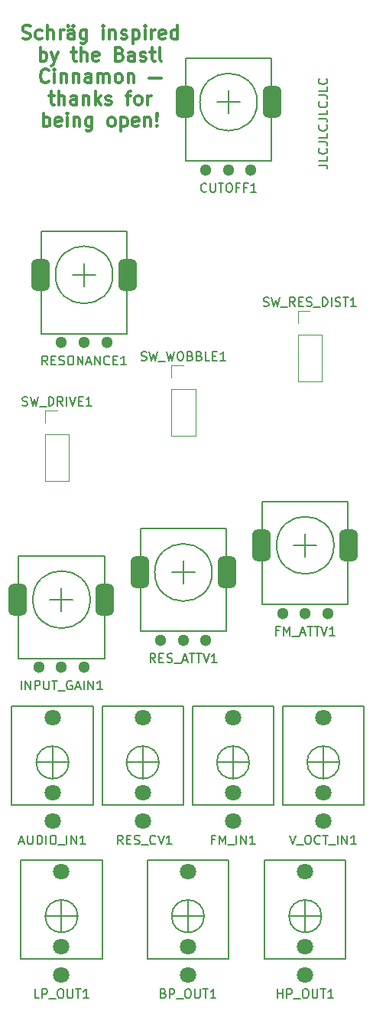
<source format=gto>
G04 #@! TF.GenerationSoftware,KiCad,Pcbnew,(6.0.0)*
G04 #@! TF.CreationDate,2022-01-27T02:03:32+01:00*
G04 #@! TF.ProjectId,Schraeg,53636872-6165-4672-9e6b-696361645f70,rev?*
G04 #@! TF.SameCoordinates,Original*
G04 #@! TF.FileFunction,Legend,Top*
G04 #@! TF.FilePolarity,Positive*
%FSLAX46Y46*%
G04 Gerber Fmt 4.6, Leading zero omitted, Abs format (unit mm)*
G04 Created by KiCad (PCBNEW (6.0.0)) date 2022-01-27 02:03:32*
%MOMM*%
%LPD*%
G01*
G04 APERTURE LIST*
G04 Aperture macros list*
%AMRoundRect*
0 Rectangle with rounded corners*
0 $1 Rounding radius*
0 $2 $3 $4 $5 $6 $7 $8 $9 X,Y pos of 4 corners*
0 Add a 4 corners polygon primitive as box body*
4,1,4,$2,$3,$4,$5,$6,$7,$8,$9,$2,$3,0*
0 Add four circle primitives for the rounded corners*
1,1,$1+$1,$2,$3*
1,1,$1+$1,$4,$5*
1,1,$1+$1,$6,$7*
1,1,$1+$1,$8,$9*
0 Add four rect primitives between the rounded corners*
20,1,$1+$1,$2,$3,$4,$5,0*
20,1,$1+$1,$4,$5,$6,$7,0*
20,1,$1+$1,$6,$7,$8,$9,0*
20,1,$1+$1,$8,$9,$2,$3,0*%
G04 Aperture macros list end*
%ADD10C,0.150000*%
%ADD11C,0.300000*%
%ADD12C,0.120000*%
%ADD13C,1.800000*%
%ADD14RoundRect,0.500000X-0.500000X-1.250000X0.500000X-1.250000X0.500000X1.250000X-0.500000X1.250000X0*%
%ADD15C,1.300000*%
G04 APERTURE END LIST*
D10*
X79462380Y-26971047D02*
X80176666Y-26971047D01*
X80319523Y-27018666D01*
X80414761Y-27113904D01*
X80462380Y-27256761D01*
X80462380Y-27352000D01*
X80462380Y-26018666D02*
X80462380Y-26494857D01*
X79462380Y-26494857D01*
X80367142Y-25113904D02*
X80414761Y-25161523D01*
X80462380Y-25304380D01*
X80462380Y-25399619D01*
X80414761Y-25542476D01*
X80319523Y-25637714D01*
X80224285Y-25685333D01*
X80033809Y-25732952D01*
X79890952Y-25732952D01*
X79700476Y-25685333D01*
X79605238Y-25637714D01*
X79510000Y-25542476D01*
X79462380Y-25399619D01*
X79462380Y-25304380D01*
X79510000Y-25161523D01*
X79557619Y-25113904D01*
X79462380Y-24399619D02*
X80176666Y-24399619D01*
X80319523Y-24447238D01*
X80414761Y-24542476D01*
X80462380Y-24685333D01*
X80462380Y-24780571D01*
X80462380Y-23447238D02*
X80462380Y-23923428D01*
X79462380Y-23923428D01*
X80367142Y-22542476D02*
X80414761Y-22590095D01*
X80462380Y-22732952D01*
X80462380Y-22828190D01*
X80414761Y-22971047D01*
X80319523Y-23066285D01*
X80224285Y-23113904D01*
X80033809Y-23161523D01*
X79890952Y-23161523D01*
X79700476Y-23113904D01*
X79605238Y-23066285D01*
X79510000Y-22971047D01*
X79462380Y-22828190D01*
X79462380Y-22732952D01*
X79510000Y-22590095D01*
X79557619Y-22542476D01*
X79462380Y-21828190D02*
X80176666Y-21828190D01*
X80319523Y-21875809D01*
X80414761Y-21971047D01*
X80462380Y-22113904D01*
X80462380Y-22209142D01*
X80462380Y-20875809D02*
X80462380Y-21352000D01*
X79462380Y-21352000D01*
X80367142Y-19971047D02*
X80414761Y-20018666D01*
X80462380Y-20161523D01*
X80462380Y-20256761D01*
X80414761Y-20399619D01*
X80319523Y-20494857D01*
X80224285Y-20542476D01*
X80033809Y-20590095D01*
X79890952Y-20590095D01*
X79700476Y-20542476D01*
X79605238Y-20494857D01*
X79510000Y-20399619D01*
X79462380Y-20256761D01*
X79462380Y-20161523D01*
X79510000Y-20018666D01*
X79557619Y-19971047D01*
X79462380Y-19256761D02*
X80176666Y-19256761D01*
X80319523Y-19304380D01*
X80414761Y-19399619D01*
X80462380Y-19542476D01*
X80462380Y-19637714D01*
X80462380Y-18304380D02*
X80462380Y-18780571D01*
X79462380Y-18780571D01*
X80367142Y-17399619D02*
X80414761Y-17447238D01*
X80462380Y-17590095D01*
X80462380Y-17685333D01*
X80414761Y-17828190D01*
X80319523Y-17923428D01*
X80224285Y-17971047D01*
X80033809Y-18018666D01*
X79890952Y-18018666D01*
X79700476Y-17971047D01*
X79605238Y-17923428D01*
X79510000Y-17828190D01*
X79462380Y-17685333D01*
X79462380Y-17590095D01*
X79510000Y-17447238D01*
X79557619Y-17399619D01*
D11*
X46692857Y-12977142D02*
X46907142Y-13048571D01*
X47264285Y-13048571D01*
X47407142Y-12977142D01*
X47478571Y-12905714D01*
X47550000Y-12762857D01*
X47550000Y-12620000D01*
X47478571Y-12477142D01*
X47407142Y-12405714D01*
X47264285Y-12334285D01*
X46978571Y-12262857D01*
X46835714Y-12191428D01*
X46764285Y-12120000D01*
X46692857Y-11977142D01*
X46692857Y-11834285D01*
X46764285Y-11691428D01*
X46835714Y-11620000D01*
X46978571Y-11548571D01*
X47335714Y-11548571D01*
X47550000Y-11620000D01*
X48835714Y-12977142D02*
X48692857Y-13048571D01*
X48407142Y-13048571D01*
X48264285Y-12977142D01*
X48192857Y-12905714D01*
X48121428Y-12762857D01*
X48121428Y-12334285D01*
X48192857Y-12191428D01*
X48264285Y-12120000D01*
X48407142Y-12048571D01*
X48692857Y-12048571D01*
X48835714Y-12120000D01*
X49478571Y-13048571D02*
X49478571Y-11548571D01*
X50121428Y-13048571D02*
X50121428Y-12262857D01*
X50050000Y-12120000D01*
X49907142Y-12048571D01*
X49692857Y-12048571D01*
X49550000Y-12120000D01*
X49478571Y-12191428D01*
X50835714Y-13048571D02*
X50835714Y-12048571D01*
X50835714Y-12334285D02*
X50907142Y-12191428D01*
X50978571Y-12120000D01*
X51121428Y-12048571D01*
X51264285Y-12048571D01*
X52407142Y-13048571D02*
X52407142Y-12262857D01*
X52335714Y-12120000D01*
X52192857Y-12048571D01*
X51907142Y-12048571D01*
X51764285Y-12120000D01*
X52407142Y-12977142D02*
X52264285Y-13048571D01*
X51907142Y-13048571D01*
X51764285Y-12977142D01*
X51692857Y-12834285D01*
X51692857Y-12691428D01*
X51764285Y-12548571D01*
X51907142Y-12477142D01*
X52264285Y-12477142D01*
X52407142Y-12405714D01*
X51764285Y-11548571D02*
X51835714Y-11620000D01*
X51764285Y-11691428D01*
X51692857Y-11620000D01*
X51764285Y-11548571D01*
X51764285Y-11691428D01*
X52335714Y-11548571D02*
X52407142Y-11620000D01*
X52335714Y-11691428D01*
X52264285Y-11620000D01*
X52335714Y-11548571D01*
X52335714Y-11691428D01*
X53764285Y-12048571D02*
X53764285Y-13262857D01*
X53692857Y-13405714D01*
X53621428Y-13477142D01*
X53478571Y-13548571D01*
X53264285Y-13548571D01*
X53121428Y-13477142D01*
X53764285Y-12977142D02*
X53621428Y-13048571D01*
X53335714Y-13048571D01*
X53192857Y-12977142D01*
X53121428Y-12905714D01*
X53050000Y-12762857D01*
X53050000Y-12334285D01*
X53121428Y-12191428D01*
X53192857Y-12120000D01*
X53335714Y-12048571D01*
X53621428Y-12048571D01*
X53764285Y-12120000D01*
X55621428Y-13048571D02*
X55621428Y-12048571D01*
X55621428Y-11548571D02*
X55550000Y-11620000D01*
X55621428Y-11691428D01*
X55692857Y-11620000D01*
X55621428Y-11548571D01*
X55621428Y-11691428D01*
X56335714Y-12048571D02*
X56335714Y-13048571D01*
X56335714Y-12191428D02*
X56407142Y-12120000D01*
X56550000Y-12048571D01*
X56764285Y-12048571D01*
X56907142Y-12120000D01*
X56978571Y-12262857D01*
X56978571Y-13048571D01*
X57621428Y-12977142D02*
X57764285Y-13048571D01*
X58050000Y-13048571D01*
X58192857Y-12977142D01*
X58264285Y-12834285D01*
X58264285Y-12762857D01*
X58192857Y-12620000D01*
X58050000Y-12548571D01*
X57835714Y-12548571D01*
X57692857Y-12477142D01*
X57621428Y-12334285D01*
X57621428Y-12262857D01*
X57692857Y-12120000D01*
X57835714Y-12048571D01*
X58050000Y-12048571D01*
X58192857Y-12120000D01*
X58907142Y-12048571D02*
X58907142Y-13548571D01*
X58907142Y-12120000D02*
X59050000Y-12048571D01*
X59335714Y-12048571D01*
X59478571Y-12120000D01*
X59550000Y-12191428D01*
X59621428Y-12334285D01*
X59621428Y-12762857D01*
X59550000Y-12905714D01*
X59478571Y-12977142D01*
X59335714Y-13048571D01*
X59050000Y-13048571D01*
X58907142Y-12977142D01*
X60264285Y-13048571D02*
X60264285Y-12048571D01*
X60264285Y-11548571D02*
X60192857Y-11620000D01*
X60264285Y-11691428D01*
X60335714Y-11620000D01*
X60264285Y-11548571D01*
X60264285Y-11691428D01*
X60978571Y-13048571D02*
X60978571Y-12048571D01*
X60978571Y-12334285D02*
X61050000Y-12191428D01*
X61121428Y-12120000D01*
X61264285Y-12048571D01*
X61407142Y-12048571D01*
X62478571Y-12977142D02*
X62335714Y-13048571D01*
X62050000Y-13048571D01*
X61907142Y-12977142D01*
X61835714Y-12834285D01*
X61835714Y-12262857D01*
X61907142Y-12120000D01*
X62050000Y-12048571D01*
X62335714Y-12048571D01*
X62478571Y-12120000D01*
X62550000Y-12262857D01*
X62550000Y-12405714D01*
X61835714Y-12548571D01*
X63835714Y-13048571D02*
X63835714Y-11548571D01*
X63835714Y-12977142D02*
X63692857Y-13048571D01*
X63407142Y-13048571D01*
X63264285Y-12977142D01*
X63192857Y-12905714D01*
X63121428Y-12762857D01*
X63121428Y-12334285D01*
X63192857Y-12191428D01*
X63264285Y-12120000D01*
X63407142Y-12048571D01*
X63692857Y-12048571D01*
X63835714Y-12120000D01*
X48657142Y-15463571D02*
X48657142Y-13963571D01*
X48657142Y-14535000D02*
X48800000Y-14463571D01*
X49085714Y-14463571D01*
X49228571Y-14535000D01*
X49300000Y-14606428D01*
X49371428Y-14749285D01*
X49371428Y-15177857D01*
X49300000Y-15320714D01*
X49228571Y-15392142D01*
X49085714Y-15463571D01*
X48800000Y-15463571D01*
X48657142Y-15392142D01*
X49871428Y-14463571D02*
X50228571Y-15463571D01*
X50585714Y-14463571D02*
X50228571Y-15463571D01*
X50085714Y-15820714D01*
X50014285Y-15892142D01*
X49871428Y-15963571D01*
X52085714Y-14463571D02*
X52657142Y-14463571D01*
X52300000Y-13963571D02*
X52300000Y-15249285D01*
X52371428Y-15392142D01*
X52514285Y-15463571D01*
X52657142Y-15463571D01*
X53157142Y-15463571D02*
X53157142Y-13963571D01*
X53800000Y-15463571D02*
X53800000Y-14677857D01*
X53728571Y-14535000D01*
X53585714Y-14463571D01*
X53371428Y-14463571D01*
X53228571Y-14535000D01*
X53157142Y-14606428D01*
X55085714Y-15392142D02*
X54942857Y-15463571D01*
X54657142Y-15463571D01*
X54514285Y-15392142D01*
X54442857Y-15249285D01*
X54442857Y-14677857D01*
X54514285Y-14535000D01*
X54657142Y-14463571D01*
X54942857Y-14463571D01*
X55085714Y-14535000D01*
X55157142Y-14677857D01*
X55157142Y-14820714D01*
X54442857Y-14963571D01*
X57442857Y-14677857D02*
X57657142Y-14749285D01*
X57728571Y-14820714D01*
X57800000Y-14963571D01*
X57800000Y-15177857D01*
X57728571Y-15320714D01*
X57657142Y-15392142D01*
X57514285Y-15463571D01*
X56942857Y-15463571D01*
X56942857Y-13963571D01*
X57442857Y-13963571D01*
X57585714Y-14035000D01*
X57657142Y-14106428D01*
X57728571Y-14249285D01*
X57728571Y-14392142D01*
X57657142Y-14535000D01*
X57585714Y-14606428D01*
X57442857Y-14677857D01*
X56942857Y-14677857D01*
X59085714Y-15463571D02*
X59085714Y-14677857D01*
X59014285Y-14535000D01*
X58871428Y-14463571D01*
X58585714Y-14463571D01*
X58442857Y-14535000D01*
X59085714Y-15392142D02*
X58942857Y-15463571D01*
X58585714Y-15463571D01*
X58442857Y-15392142D01*
X58371428Y-15249285D01*
X58371428Y-15106428D01*
X58442857Y-14963571D01*
X58585714Y-14892142D01*
X58942857Y-14892142D01*
X59085714Y-14820714D01*
X59728571Y-15392142D02*
X59871428Y-15463571D01*
X60157142Y-15463571D01*
X60300000Y-15392142D01*
X60371428Y-15249285D01*
X60371428Y-15177857D01*
X60300000Y-15035000D01*
X60157142Y-14963571D01*
X59942857Y-14963571D01*
X59800000Y-14892142D01*
X59728571Y-14749285D01*
X59728571Y-14677857D01*
X59800000Y-14535000D01*
X59942857Y-14463571D01*
X60157142Y-14463571D01*
X60300000Y-14535000D01*
X60800000Y-14463571D02*
X61371428Y-14463571D01*
X61014285Y-13963571D02*
X61014285Y-15249285D01*
X61085714Y-15392142D01*
X61228571Y-15463571D01*
X61371428Y-15463571D01*
X62085714Y-15463571D02*
X61942857Y-15392142D01*
X61871428Y-15249285D01*
X61871428Y-13963571D01*
X49585714Y-17735714D02*
X49514285Y-17807142D01*
X49300000Y-17878571D01*
X49157142Y-17878571D01*
X48942857Y-17807142D01*
X48800000Y-17664285D01*
X48728571Y-17521428D01*
X48657142Y-17235714D01*
X48657142Y-17021428D01*
X48728571Y-16735714D01*
X48800000Y-16592857D01*
X48942857Y-16450000D01*
X49157142Y-16378571D01*
X49300000Y-16378571D01*
X49514285Y-16450000D01*
X49585714Y-16521428D01*
X50228571Y-17878571D02*
X50228571Y-16878571D01*
X50228571Y-16378571D02*
X50157142Y-16450000D01*
X50228571Y-16521428D01*
X50300000Y-16450000D01*
X50228571Y-16378571D01*
X50228571Y-16521428D01*
X50942857Y-16878571D02*
X50942857Y-17878571D01*
X50942857Y-17021428D02*
X51014285Y-16950000D01*
X51157142Y-16878571D01*
X51371428Y-16878571D01*
X51514285Y-16950000D01*
X51585714Y-17092857D01*
X51585714Y-17878571D01*
X52300000Y-16878571D02*
X52300000Y-17878571D01*
X52300000Y-17021428D02*
X52371428Y-16950000D01*
X52514285Y-16878571D01*
X52728571Y-16878571D01*
X52871428Y-16950000D01*
X52942857Y-17092857D01*
X52942857Y-17878571D01*
X54300000Y-17878571D02*
X54300000Y-17092857D01*
X54228571Y-16950000D01*
X54085714Y-16878571D01*
X53800000Y-16878571D01*
X53657142Y-16950000D01*
X54300000Y-17807142D02*
X54157142Y-17878571D01*
X53800000Y-17878571D01*
X53657142Y-17807142D01*
X53585714Y-17664285D01*
X53585714Y-17521428D01*
X53657142Y-17378571D01*
X53800000Y-17307142D01*
X54157142Y-17307142D01*
X54300000Y-17235714D01*
X55014285Y-17878571D02*
X55014285Y-16878571D01*
X55014285Y-17021428D02*
X55085714Y-16950000D01*
X55228571Y-16878571D01*
X55442857Y-16878571D01*
X55585714Y-16950000D01*
X55657142Y-17092857D01*
X55657142Y-17878571D01*
X55657142Y-17092857D02*
X55728571Y-16950000D01*
X55871428Y-16878571D01*
X56085714Y-16878571D01*
X56228571Y-16950000D01*
X56300000Y-17092857D01*
X56300000Y-17878571D01*
X57228571Y-17878571D02*
X57085714Y-17807142D01*
X57014285Y-17735714D01*
X56942857Y-17592857D01*
X56942857Y-17164285D01*
X57014285Y-17021428D01*
X57085714Y-16950000D01*
X57228571Y-16878571D01*
X57442857Y-16878571D01*
X57585714Y-16950000D01*
X57657142Y-17021428D01*
X57728571Y-17164285D01*
X57728571Y-17592857D01*
X57657142Y-17735714D01*
X57585714Y-17807142D01*
X57442857Y-17878571D01*
X57228571Y-17878571D01*
X58371428Y-16878571D02*
X58371428Y-17878571D01*
X58371428Y-17021428D02*
X58442857Y-16950000D01*
X58585714Y-16878571D01*
X58800000Y-16878571D01*
X58942857Y-16950000D01*
X59014285Y-17092857D01*
X59014285Y-17878571D01*
X60728571Y-17378571D02*
X62014285Y-17378571D01*
X49621428Y-19293571D02*
X50192857Y-19293571D01*
X49835714Y-18793571D02*
X49835714Y-20079285D01*
X49907142Y-20222142D01*
X50050000Y-20293571D01*
X50192857Y-20293571D01*
X50692857Y-20293571D02*
X50692857Y-18793571D01*
X51335714Y-20293571D02*
X51335714Y-19507857D01*
X51264285Y-19365000D01*
X51121428Y-19293571D01*
X50907142Y-19293571D01*
X50764285Y-19365000D01*
X50692857Y-19436428D01*
X52692857Y-20293571D02*
X52692857Y-19507857D01*
X52621428Y-19365000D01*
X52478571Y-19293571D01*
X52192857Y-19293571D01*
X52050000Y-19365000D01*
X52692857Y-20222142D02*
X52550000Y-20293571D01*
X52192857Y-20293571D01*
X52050000Y-20222142D01*
X51978571Y-20079285D01*
X51978571Y-19936428D01*
X52050000Y-19793571D01*
X52192857Y-19722142D01*
X52550000Y-19722142D01*
X52692857Y-19650714D01*
X53407142Y-19293571D02*
X53407142Y-20293571D01*
X53407142Y-19436428D02*
X53478571Y-19365000D01*
X53621428Y-19293571D01*
X53835714Y-19293571D01*
X53978571Y-19365000D01*
X54050000Y-19507857D01*
X54050000Y-20293571D01*
X54764285Y-20293571D02*
X54764285Y-18793571D01*
X54907142Y-19722142D02*
X55335714Y-20293571D01*
X55335714Y-19293571D02*
X54764285Y-19865000D01*
X55907142Y-20222142D02*
X56050000Y-20293571D01*
X56335714Y-20293571D01*
X56478571Y-20222142D01*
X56550000Y-20079285D01*
X56550000Y-20007857D01*
X56478571Y-19865000D01*
X56335714Y-19793571D01*
X56121428Y-19793571D01*
X55978571Y-19722142D01*
X55907142Y-19579285D01*
X55907142Y-19507857D01*
X55978571Y-19365000D01*
X56121428Y-19293571D01*
X56335714Y-19293571D01*
X56478571Y-19365000D01*
X58121428Y-19293571D02*
X58692857Y-19293571D01*
X58335714Y-20293571D02*
X58335714Y-19007857D01*
X58407142Y-18865000D01*
X58550000Y-18793571D01*
X58692857Y-18793571D01*
X59407142Y-20293571D02*
X59264285Y-20222142D01*
X59192857Y-20150714D01*
X59121428Y-20007857D01*
X59121428Y-19579285D01*
X59192857Y-19436428D01*
X59264285Y-19365000D01*
X59407142Y-19293571D01*
X59621428Y-19293571D01*
X59764285Y-19365000D01*
X59835714Y-19436428D01*
X59907142Y-19579285D01*
X59907142Y-20007857D01*
X59835714Y-20150714D01*
X59764285Y-20222142D01*
X59621428Y-20293571D01*
X59407142Y-20293571D01*
X60550000Y-20293571D02*
X60550000Y-19293571D01*
X60550000Y-19579285D02*
X60621428Y-19436428D01*
X60692857Y-19365000D01*
X60835714Y-19293571D01*
X60978571Y-19293571D01*
X49014285Y-22708571D02*
X49014285Y-21208571D01*
X49014285Y-21780000D02*
X49157142Y-21708571D01*
X49442857Y-21708571D01*
X49585714Y-21780000D01*
X49657142Y-21851428D01*
X49728571Y-21994285D01*
X49728571Y-22422857D01*
X49657142Y-22565714D01*
X49585714Y-22637142D01*
X49442857Y-22708571D01*
X49157142Y-22708571D01*
X49014285Y-22637142D01*
X50942857Y-22637142D02*
X50800000Y-22708571D01*
X50514285Y-22708571D01*
X50371428Y-22637142D01*
X50300000Y-22494285D01*
X50300000Y-21922857D01*
X50371428Y-21780000D01*
X50514285Y-21708571D01*
X50800000Y-21708571D01*
X50942857Y-21780000D01*
X51014285Y-21922857D01*
X51014285Y-22065714D01*
X50300000Y-22208571D01*
X51657142Y-22708571D02*
X51657142Y-21708571D01*
X51657142Y-21208571D02*
X51585714Y-21280000D01*
X51657142Y-21351428D01*
X51728571Y-21280000D01*
X51657142Y-21208571D01*
X51657142Y-21351428D01*
X52371428Y-21708571D02*
X52371428Y-22708571D01*
X52371428Y-21851428D02*
X52442857Y-21780000D01*
X52585714Y-21708571D01*
X52800000Y-21708571D01*
X52942857Y-21780000D01*
X53014285Y-21922857D01*
X53014285Y-22708571D01*
X54371428Y-21708571D02*
X54371428Y-22922857D01*
X54300000Y-23065714D01*
X54228571Y-23137142D01*
X54085714Y-23208571D01*
X53871428Y-23208571D01*
X53728571Y-23137142D01*
X54371428Y-22637142D02*
X54228571Y-22708571D01*
X53942857Y-22708571D01*
X53800000Y-22637142D01*
X53728571Y-22565714D01*
X53657142Y-22422857D01*
X53657142Y-21994285D01*
X53728571Y-21851428D01*
X53800000Y-21780000D01*
X53942857Y-21708571D01*
X54228571Y-21708571D01*
X54371428Y-21780000D01*
X56442857Y-22708571D02*
X56300000Y-22637142D01*
X56228571Y-22565714D01*
X56157142Y-22422857D01*
X56157142Y-21994285D01*
X56228571Y-21851428D01*
X56300000Y-21780000D01*
X56442857Y-21708571D01*
X56657142Y-21708571D01*
X56800000Y-21780000D01*
X56871428Y-21851428D01*
X56942857Y-21994285D01*
X56942857Y-22422857D01*
X56871428Y-22565714D01*
X56800000Y-22637142D01*
X56657142Y-22708571D01*
X56442857Y-22708571D01*
X57585714Y-21708571D02*
X57585714Y-23208571D01*
X57585714Y-21780000D02*
X57728571Y-21708571D01*
X58014285Y-21708571D01*
X58157142Y-21780000D01*
X58228571Y-21851428D01*
X58300000Y-21994285D01*
X58300000Y-22422857D01*
X58228571Y-22565714D01*
X58157142Y-22637142D01*
X58014285Y-22708571D01*
X57728571Y-22708571D01*
X57585714Y-22637142D01*
X59514285Y-22637142D02*
X59371428Y-22708571D01*
X59085714Y-22708571D01*
X58942857Y-22637142D01*
X58871428Y-22494285D01*
X58871428Y-21922857D01*
X58942857Y-21780000D01*
X59085714Y-21708571D01*
X59371428Y-21708571D01*
X59514285Y-21780000D01*
X59585714Y-21922857D01*
X59585714Y-22065714D01*
X58871428Y-22208571D01*
X60228571Y-21708571D02*
X60228571Y-22708571D01*
X60228571Y-21851428D02*
X60300000Y-21780000D01*
X60442857Y-21708571D01*
X60657142Y-21708571D01*
X60800000Y-21780000D01*
X60871428Y-21922857D01*
X60871428Y-22708571D01*
X61585714Y-22565714D02*
X61657142Y-22637142D01*
X61585714Y-22708571D01*
X61514285Y-22637142D01*
X61585714Y-22565714D01*
X61585714Y-22708571D01*
X61585714Y-22137142D02*
X61514285Y-21280000D01*
X61585714Y-21208571D01*
X61657142Y-21280000D01*
X61585714Y-22137142D01*
X61585714Y-21208571D01*
D10*
X46357142Y-101766666D02*
X46833333Y-101766666D01*
X46261904Y-102052380D02*
X46595238Y-101052380D01*
X46928571Y-102052380D01*
X47261904Y-101052380D02*
X47261904Y-101861904D01*
X47309523Y-101957142D01*
X47357142Y-102004761D01*
X47452380Y-102052380D01*
X47642857Y-102052380D01*
X47738095Y-102004761D01*
X47785714Y-101957142D01*
X47833333Y-101861904D01*
X47833333Y-101052380D01*
X48309523Y-102052380D02*
X48309523Y-101052380D01*
X48547619Y-101052380D01*
X48690476Y-101100000D01*
X48785714Y-101195238D01*
X48833333Y-101290476D01*
X48880952Y-101480952D01*
X48880952Y-101623809D01*
X48833333Y-101814285D01*
X48785714Y-101909523D01*
X48690476Y-102004761D01*
X48547619Y-102052380D01*
X48309523Y-102052380D01*
X49309523Y-102052380D02*
X49309523Y-101052380D01*
X49976190Y-101052380D02*
X50166666Y-101052380D01*
X50261904Y-101100000D01*
X50357142Y-101195238D01*
X50404761Y-101385714D01*
X50404761Y-101719047D01*
X50357142Y-101909523D01*
X50261904Y-102004761D01*
X50166666Y-102052380D01*
X49976190Y-102052380D01*
X49880952Y-102004761D01*
X49785714Y-101909523D01*
X49738095Y-101719047D01*
X49738095Y-101385714D01*
X49785714Y-101195238D01*
X49880952Y-101100000D01*
X49976190Y-101052380D01*
X50595238Y-102147619D02*
X51357142Y-102147619D01*
X51595238Y-102052380D02*
X51595238Y-101052380D01*
X52071428Y-102052380D02*
X52071428Y-101052380D01*
X52642857Y-102052380D01*
X52642857Y-101052380D01*
X53642857Y-102052380D02*
X53071428Y-102052380D01*
X53357142Y-102052380D02*
X53357142Y-101052380D01*
X53261904Y-101195238D01*
X53166666Y-101290476D01*
X53071428Y-101338095D01*
X62285714Y-118528571D02*
X62428571Y-118576190D01*
X62476190Y-118623809D01*
X62523809Y-118719047D01*
X62523809Y-118861904D01*
X62476190Y-118957142D01*
X62428571Y-119004761D01*
X62333333Y-119052380D01*
X61952380Y-119052380D01*
X61952380Y-118052380D01*
X62285714Y-118052380D01*
X62380952Y-118100000D01*
X62428571Y-118147619D01*
X62476190Y-118242857D01*
X62476190Y-118338095D01*
X62428571Y-118433333D01*
X62380952Y-118480952D01*
X62285714Y-118528571D01*
X61952380Y-118528571D01*
X62952380Y-119052380D02*
X62952380Y-118052380D01*
X63333333Y-118052380D01*
X63428571Y-118100000D01*
X63476190Y-118147619D01*
X63523809Y-118242857D01*
X63523809Y-118385714D01*
X63476190Y-118480952D01*
X63428571Y-118528571D01*
X63333333Y-118576190D01*
X62952380Y-118576190D01*
X63714285Y-119147619D02*
X64476190Y-119147619D01*
X64904761Y-118052380D02*
X65095238Y-118052380D01*
X65190476Y-118100000D01*
X65285714Y-118195238D01*
X65333333Y-118385714D01*
X65333333Y-118719047D01*
X65285714Y-118909523D01*
X65190476Y-119004761D01*
X65095238Y-119052380D01*
X64904761Y-119052380D01*
X64809523Y-119004761D01*
X64714285Y-118909523D01*
X64666666Y-118719047D01*
X64666666Y-118385714D01*
X64714285Y-118195238D01*
X64809523Y-118100000D01*
X64904761Y-118052380D01*
X65761904Y-118052380D02*
X65761904Y-118861904D01*
X65809523Y-118957142D01*
X65857142Y-119004761D01*
X65952380Y-119052380D01*
X66142857Y-119052380D01*
X66238095Y-119004761D01*
X66285714Y-118957142D01*
X66333333Y-118861904D01*
X66333333Y-118052380D01*
X66666666Y-118052380D02*
X67238095Y-118052380D01*
X66952380Y-119052380D02*
X66952380Y-118052380D01*
X68095238Y-119052380D02*
X67523809Y-119052380D01*
X67809523Y-119052380D02*
X67809523Y-118052380D01*
X67714285Y-118195238D01*
X67619047Y-118290476D01*
X67523809Y-118338095D01*
X67047619Y-29857142D02*
X67000000Y-29904761D01*
X66857142Y-29952380D01*
X66761904Y-29952380D01*
X66619047Y-29904761D01*
X66523809Y-29809523D01*
X66476190Y-29714285D01*
X66428571Y-29523809D01*
X66428571Y-29380952D01*
X66476190Y-29190476D01*
X66523809Y-29095238D01*
X66619047Y-29000000D01*
X66761904Y-28952380D01*
X66857142Y-28952380D01*
X67000000Y-29000000D01*
X67047619Y-29047619D01*
X67476190Y-28952380D02*
X67476190Y-29761904D01*
X67523809Y-29857142D01*
X67571428Y-29904761D01*
X67666666Y-29952380D01*
X67857142Y-29952380D01*
X67952380Y-29904761D01*
X68000000Y-29857142D01*
X68047619Y-29761904D01*
X68047619Y-28952380D01*
X68380952Y-28952380D02*
X68952380Y-28952380D01*
X68666666Y-29952380D02*
X68666666Y-28952380D01*
X69476190Y-28952380D02*
X69666666Y-28952380D01*
X69761904Y-29000000D01*
X69857142Y-29095238D01*
X69904761Y-29285714D01*
X69904761Y-29619047D01*
X69857142Y-29809523D01*
X69761904Y-29904761D01*
X69666666Y-29952380D01*
X69476190Y-29952380D01*
X69380952Y-29904761D01*
X69285714Y-29809523D01*
X69238095Y-29619047D01*
X69238095Y-29285714D01*
X69285714Y-29095238D01*
X69380952Y-29000000D01*
X69476190Y-28952380D01*
X70666666Y-29428571D02*
X70333333Y-29428571D01*
X70333333Y-29952380D02*
X70333333Y-28952380D01*
X70809523Y-28952380D01*
X71523809Y-29428571D02*
X71190476Y-29428571D01*
X71190476Y-29952380D02*
X71190476Y-28952380D01*
X71666666Y-28952380D01*
X72571428Y-29952380D02*
X72000000Y-29952380D01*
X72285714Y-29952380D02*
X72285714Y-28952380D01*
X72190476Y-29095238D01*
X72095238Y-29190476D01*
X72000000Y-29238095D01*
X67952380Y-101528571D02*
X67619047Y-101528571D01*
X67619047Y-102052380D02*
X67619047Y-101052380D01*
X68095238Y-101052380D01*
X68476190Y-102052380D02*
X68476190Y-101052380D01*
X68809523Y-101766666D01*
X69142857Y-101052380D01*
X69142857Y-102052380D01*
X69380952Y-102147619D02*
X70142857Y-102147619D01*
X70380952Y-102052380D02*
X70380952Y-101052380D01*
X70857142Y-102052380D02*
X70857142Y-101052380D01*
X71428571Y-102052380D01*
X71428571Y-101052380D01*
X72428571Y-102052380D02*
X71857142Y-102052380D01*
X72142857Y-102052380D02*
X72142857Y-101052380D01*
X72047619Y-101195238D01*
X71952380Y-101290476D01*
X71857142Y-101338095D01*
X74928571Y-119052380D02*
X74928571Y-118052380D01*
X74928571Y-118528571D02*
X75500000Y-118528571D01*
X75500000Y-119052380D02*
X75500000Y-118052380D01*
X75976190Y-119052380D02*
X75976190Y-118052380D01*
X76357142Y-118052380D01*
X76452380Y-118100000D01*
X76500000Y-118147619D01*
X76547619Y-118242857D01*
X76547619Y-118385714D01*
X76500000Y-118480952D01*
X76452380Y-118528571D01*
X76357142Y-118576190D01*
X75976190Y-118576190D01*
X76738095Y-119147619D02*
X77500000Y-119147619D01*
X77928571Y-118052380D02*
X78119047Y-118052380D01*
X78214285Y-118100000D01*
X78309523Y-118195238D01*
X78357142Y-118385714D01*
X78357142Y-118719047D01*
X78309523Y-118909523D01*
X78214285Y-119004761D01*
X78119047Y-119052380D01*
X77928571Y-119052380D01*
X77833333Y-119004761D01*
X77738095Y-118909523D01*
X77690476Y-118719047D01*
X77690476Y-118385714D01*
X77738095Y-118195238D01*
X77833333Y-118100000D01*
X77928571Y-118052380D01*
X78785714Y-118052380D02*
X78785714Y-118861904D01*
X78833333Y-118957142D01*
X78880952Y-119004761D01*
X78976190Y-119052380D01*
X79166666Y-119052380D01*
X79261904Y-119004761D01*
X79309523Y-118957142D01*
X79357142Y-118861904D01*
X79357142Y-118052380D01*
X79690476Y-118052380D02*
X80261904Y-118052380D01*
X79976190Y-119052380D02*
X79976190Y-118052380D01*
X81119047Y-119052380D02*
X80547619Y-119052380D01*
X80833333Y-119052380D02*
X80833333Y-118052380D01*
X80738095Y-118195238D01*
X80642857Y-118290476D01*
X80547619Y-118338095D01*
X46523809Y-84952380D02*
X46523809Y-83952380D01*
X47000000Y-84952380D02*
X47000000Y-83952380D01*
X47571428Y-84952380D01*
X47571428Y-83952380D01*
X48047619Y-84952380D02*
X48047619Y-83952380D01*
X48428571Y-83952380D01*
X48523809Y-84000000D01*
X48571428Y-84047619D01*
X48619047Y-84142857D01*
X48619047Y-84285714D01*
X48571428Y-84380952D01*
X48523809Y-84428571D01*
X48428571Y-84476190D01*
X48047619Y-84476190D01*
X49047619Y-83952380D02*
X49047619Y-84761904D01*
X49095238Y-84857142D01*
X49142857Y-84904761D01*
X49238095Y-84952380D01*
X49428571Y-84952380D01*
X49523809Y-84904761D01*
X49571428Y-84857142D01*
X49619047Y-84761904D01*
X49619047Y-83952380D01*
X49952380Y-83952380D02*
X50523809Y-83952380D01*
X50238095Y-84952380D02*
X50238095Y-83952380D01*
X50619047Y-85047619D02*
X51380952Y-85047619D01*
X52142857Y-84000000D02*
X52047619Y-83952380D01*
X51904761Y-83952380D01*
X51761904Y-84000000D01*
X51666666Y-84095238D01*
X51619047Y-84190476D01*
X51571428Y-84380952D01*
X51571428Y-84523809D01*
X51619047Y-84714285D01*
X51666666Y-84809523D01*
X51761904Y-84904761D01*
X51904761Y-84952380D01*
X52000000Y-84952380D01*
X52142857Y-84904761D01*
X52190476Y-84857142D01*
X52190476Y-84523809D01*
X52000000Y-84523809D01*
X52571428Y-84666666D02*
X53047619Y-84666666D01*
X52476190Y-84952380D02*
X52809523Y-83952380D01*
X53142857Y-84952380D01*
X53476190Y-84952380D02*
X53476190Y-83952380D01*
X53952380Y-84952380D02*
X53952380Y-83952380D01*
X54523809Y-84952380D01*
X54523809Y-83952380D01*
X55523809Y-84952380D02*
X54952380Y-84952380D01*
X55238095Y-84952380D02*
X55238095Y-83952380D01*
X55142857Y-84095238D01*
X55047619Y-84190476D01*
X54952380Y-84238095D01*
X48523809Y-119052380D02*
X48047619Y-119052380D01*
X48047619Y-118052380D01*
X48857142Y-119052380D02*
X48857142Y-118052380D01*
X49238095Y-118052380D01*
X49333333Y-118100000D01*
X49380952Y-118147619D01*
X49428571Y-118242857D01*
X49428571Y-118385714D01*
X49380952Y-118480952D01*
X49333333Y-118528571D01*
X49238095Y-118576190D01*
X48857142Y-118576190D01*
X49619047Y-119147619D02*
X50380952Y-119147619D01*
X50809523Y-118052380D02*
X51000000Y-118052380D01*
X51095238Y-118100000D01*
X51190476Y-118195238D01*
X51238095Y-118385714D01*
X51238095Y-118719047D01*
X51190476Y-118909523D01*
X51095238Y-119004761D01*
X51000000Y-119052380D01*
X50809523Y-119052380D01*
X50714285Y-119004761D01*
X50619047Y-118909523D01*
X50571428Y-118719047D01*
X50571428Y-118385714D01*
X50619047Y-118195238D01*
X50714285Y-118100000D01*
X50809523Y-118052380D01*
X51666666Y-118052380D02*
X51666666Y-118861904D01*
X51714285Y-118957142D01*
X51761904Y-119004761D01*
X51857142Y-119052380D01*
X52047619Y-119052380D01*
X52142857Y-119004761D01*
X52190476Y-118957142D01*
X52238095Y-118861904D01*
X52238095Y-118052380D01*
X52571428Y-118052380D02*
X53142857Y-118052380D01*
X52857142Y-119052380D02*
X52857142Y-118052380D01*
X54000000Y-119052380D02*
X53428571Y-119052380D01*
X53714285Y-119052380D02*
X53714285Y-118052380D01*
X53619047Y-118195238D01*
X53523809Y-118290476D01*
X53428571Y-118338095D01*
X61404761Y-81952380D02*
X61071428Y-81476190D01*
X60833333Y-81952380D02*
X60833333Y-80952380D01*
X61214285Y-80952380D01*
X61309523Y-81000000D01*
X61357142Y-81047619D01*
X61404761Y-81142857D01*
X61404761Y-81285714D01*
X61357142Y-81380952D01*
X61309523Y-81428571D01*
X61214285Y-81476190D01*
X60833333Y-81476190D01*
X61833333Y-81428571D02*
X62166666Y-81428571D01*
X62309523Y-81952380D02*
X61833333Y-81952380D01*
X61833333Y-80952380D01*
X62309523Y-80952380D01*
X62690476Y-81904761D02*
X62833333Y-81952380D01*
X63071428Y-81952380D01*
X63166666Y-81904761D01*
X63214285Y-81857142D01*
X63261904Y-81761904D01*
X63261904Y-81666666D01*
X63214285Y-81571428D01*
X63166666Y-81523809D01*
X63071428Y-81476190D01*
X62880952Y-81428571D01*
X62785714Y-81380952D01*
X62738095Y-81333333D01*
X62690476Y-81238095D01*
X62690476Y-81142857D01*
X62738095Y-81047619D01*
X62785714Y-81000000D01*
X62880952Y-80952380D01*
X63119047Y-80952380D01*
X63261904Y-81000000D01*
X63452380Y-82047619D02*
X64214285Y-82047619D01*
X64404761Y-81666666D02*
X64880952Y-81666666D01*
X64309523Y-81952380D02*
X64642857Y-80952380D01*
X64976190Y-81952380D01*
X65166666Y-80952380D02*
X65738095Y-80952380D01*
X65452380Y-81952380D02*
X65452380Y-80952380D01*
X65928571Y-80952380D02*
X66500000Y-80952380D01*
X66214285Y-81952380D02*
X66214285Y-80952380D01*
X66690476Y-80952380D02*
X67023809Y-81952380D01*
X67357142Y-80952380D01*
X68214285Y-81952380D02*
X67642857Y-81952380D01*
X67928571Y-81952380D02*
X67928571Y-80952380D01*
X67833333Y-81095238D01*
X67738095Y-81190476D01*
X67642857Y-81238095D01*
X57795238Y-102052380D02*
X57461904Y-101576190D01*
X57223809Y-102052380D02*
X57223809Y-101052380D01*
X57604761Y-101052380D01*
X57700000Y-101100000D01*
X57747619Y-101147619D01*
X57795238Y-101242857D01*
X57795238Y-101385714D01*
X57747619Y-101480952D01*
X57700000Y-101528571D01*
X57604761Y-101576190D01*
X57223809Y-101576190D01*
X58223809Y-101528571D02*
X58557142Y-101528571D01*
X58700000Y-102052380D02*
X58223809Y-102052380D01*
X58223809Y-101052380D01*
X58700000Y-101052380D01*
X59080952Y-102004761D02*
X59223809Y-102052380D01*
X59461904Y-102052380D01*
X59557142Y-102004761D01*
X59604761Y-101957142D01*
X59652380Y-101861904D01*
X59652380Y-101766666D01*
X59604761Y-101671428D01*
X59557142Y-101623809D01*
X59461904Y-101576190D01*
X59271428Y-101528571D01*
X59176190Y-101480952D01*
X59128571Y-101433333D01*
X59080952Y-101338095D01*
X59080952Y-101242857D01*
X59128571Y-101147619D01*
X59176190Y-101100000D01*
X59271428Y-101052380D01*
X59509523Y-101052380D01*
X59652380Y-101100000D01*
X59842857Y-102147619D02*
X60604761Y-102147619D01*
X61414285Y-101957142D02*
X61366666Y-102004761D01*
X61223809Y-102052380D01*
X61128571Y-102052380D01*
X60985714Y-102004761D01*
X60890476Y-101909523D01*
X60842857Y-101814285D01*
X60795238Y-101623809D01*
X60795238Y-101480952D01*
X60842857Y-101290476D01*
X60890476Y-101195238D01*
X60985714Y-101100000D01*
X61128571Y-101052380D01*
X61223809Y-101052380D01*
X61366666Y-101100000D01*
X61414285Y-101147619D01*
X61700000Y-101052380D02*
X62033333Y-102052380D01*
X62366666Y-101052380D01*
X63223809Y-102052380D02*
X62652380Y-102052380D01*
X62938095Y-102052380D02*
X62938095Y-101052380D01*
X62842857Y-101195238D01*
X62747619Y-101290476D01*
X62652380Y-101338095D01*
X49452380Y-49052380D02*
X49119047Y-48576190D01*
X48880952Y-49052380D02*
X48880952Y-48052380D01*
X49261904Y-48052380D01*
X49357142Y-48100000D01*
X49404761Y-48147619D01*
X49452380Y-48242857D01*
X49452380Y-48385714D01*
X49404761Y-48480952D01*
X49357142Y-48528571D01*
X49261904Y-48576190D01*
X48880952Y-48576190D01*
X49880952Y-48528571D02*
X50214285Y-48528571D01*
X50357142Y-49052380D02*
X49880952Y-49052380D01*
X49880952Y-48052380D01*
X50357142Y-48052380D01*
X50738095Y-49004761D02*
X50880952Y-49052380D01*
X51119047Y-49052380D01*
X51214285Y-49004761D01*
X51261904Y-48957142D01*
X51309523Y-48861904D01*
X51309523Y-48766666D01*
X51261904Y-48671428D01*
X51214285Y-48623809D01*
X51119047Y-48576190D01*
X50928571Y-48528571D01*
X50833333Y-48480952D01*
X50785714Y-48433333D01*
X50738095Y-48338095D01*
X50738095Y-48242857D01*
X50785714Y-48147619D01*
X50833333Y-48100000D01*
X50928571Y-48052380D01*
X51166666Y-48052380D01*
X51309523Y-48100000D01*
X51928571Y-48052380D02*
X52119047Y-48052380D01*
X52214285Y-48100000D01*
X52309523Y-48195238D01*
X52357142Y-48385714D01*
X52357142Y-48719047D01*
X52309523Y-48909523D01*
X52214285Y-49004761D01*
X52119047Y-49052380D01*
X51928571Y-49052380D01*
X51833333Y-49004761D01*
X51738095Y-48909523D01*
X51690476Y-48719047D01*
X51690476Y-48385714D01*
X51738095Y-48195238D01*
X51833333Y-48100000D01*
X51928571Y-48052380D01*
X52785714Y-49052380D02*
X52785714Y-48052380D01*
X53357142Y-49052380D01*
X53357142Y-48052380D01*
X53785714Y-48766666D02*
X54261904Y-48766666D01*
X53690476Y-49052380D02*
X54023809Y-48052380D01*
X54357142Y-49052380D01*
X54690476Y-49052380D02*
X54690476Y-48052380D01*
X55261904Y-49052380D01*
X55261904Y-48052380D01*
X56309523Y-48957142D02*
X56261904Y-49004761D01*
X56119047Y-49052380D01*
X56023809Y-49052380D01*
X55880952Y-49004761D01*
X55785714Y-48909523D01*
X55738095Y-48814285D01*
X55690476Y-48623809D01*
X55690476Y-48480952D01*
X55738095Y-48290476D01*
X55785714Y-48195238D01*
X55880952Y-48100000D01*
X56023809Y-48052380D01*
X56119047Y-48052380D01*
X56261904Y-48100000D01*
X56309523Y-48147619D01*
X56738095Y-48528571D02*
X57071428Y-48528571D01*
X57214285Y-49052380D02*
X56738095Y-49052380D01*
X56738095Y-48052380D01*
X57214285Y-48052380D01*
X58166666Y-49052380D02*
X57595238Y-49052380D01*
X57880952Y-49052380D02*
X57880952Y-48052380D01*
X57785714Y-48195238D01*
X57690476Y-48290476D01*
X57595238Y-48338095D01*
X46666666Y-53534761D02*
X46809523Y-53582380D01*
X47047619Y-53582380D01*
X47142857Y-53534761D01*
X47190476Y-53487142D01*
X47238095Y-53391904D01*
X47238095Y-53296666D01*
X47190476Y-53201428D01*
X47142857Y-53153809D01*
X47047619Y-53106190D01*
X46857142Y-53058571D01*
X46761904Y-53010952D01*
X46714285Y-52963333D01*
X46666666Y-52868095D01*
X46666666Y-52772857D01*
X46714285Y-52677619D01*
X46761904Y-52630000D01*
X46857142Y-52582380D01*
X47095238Y-52582380D01*
X47238095Y-52630000D01*
X47571428Y-52582380D02*
X47809523Y-53582380D01*
X48000000Y-52868095D01*
X48190476Y-53582380D01*
X48428571Y-52582380D01*
X48571428Y-53677619D02*
X49333333Y-53677619D01*
X49571428Y-53582380D02*
X49571428Y-52582380D01*
X49809523Y-52582380D01*
X49952380Y-52630000D01*
X50047619Y-52725238D01*
X50095238Y-52820476D01*
X50142857Y-53010952D01*
X50142857Y-53153809D01*
X50095238Y-53344285D01*
X50047619Y-53439523D01*
X49952380Y-53534761D01*
X49809523Y-53582380D01*
X49571428Y-53582380D01*
X51142857Y-53582380D02*
X50809523Y-53106190D01*
X50571428Y-53582380D02*
X50571428Y-52582380D01*
X50952380Y-52582380D01*
X51047619Y-52630000D01*
X51095238Y-52677619D01*
X51142857Y-52772857D01*
X51142857Y-52915714D01*
X51095238Y-53010952D01*
X51047619Y-53058571D01*
X50952380Y-53106190D01*
X50571428Y-53106190D01*
X51571428Y-53582380D02*
X51571428Y-52582380D01*
X51904761Y-52582380D02*
X52238095Y-53582380D01*
X52571428Y-52582380D01*
X52904761Y-53058571D02*
X53238095Y-53058571D01*
X53380952Y-53582380D02*
X52904761Y-53582380D01*
X52904761Y-52582380D01*
X53380952Y-52582380D01*
X54333333Y-53582380D02*
X53761904Y-53582380D01*
X54047619Y-53582380D02*
X54047619Y-52582380D01*
X53952380Y-52725238D01*
X53857142Y-52820476D01*
X53761904Y-52868095D01*
X73380952Y-42534761D02*
X73523809Y-42582380D01*
X73761904Y-42582380D01*
X73857142Y-42534761D01*
X73904761Y-42487142D01*
X73952380Y-42391904D01*
X73952380Y-42296666D01*
X73904761Y-42201428D01*
X73857142Y-42153809D01*
X73761904Y-42106190D01*
X73571428Y-42058571D01*
X73476190Y-42010952D01*
X73428571Y-41963333D01*
X73380952Y-41868095D01*
X73380952Y-41772857D01*
X73428571Y-41677619D01*
X73476190Y-41630000D01*
X73571428Y-41582380D01*
X73809523Y-41582380D01*
X73952380Y-41630000D01*
X74285714Y-41582380D02*
X74523809Y-42582380D01*
X74714285Y-41868095D01*
X74904761Y-42582380D01*
X75142857Y-41582380D01*
X75285714Y-42677619D02*
X76047619Y-42677619D01*
X76857142Y-42582380D02*
X76523809Y-42106190D01*
X76285714Y-42582380D02*
X76285714Y-41582380D01*
X76666666Y-41582380D01*
X76761904Y-41630000D01*
X76809523Y-41677619D01*
X76857142Y-41772857D01*
X76857142Y-41915714D01*
X76809523Y-42010952D01*
X76761904Y-42058571D01*
X76666666Y-42106190D01*
X76285714Y-42106190D01*
X77285714Y-42058571D02*
X77619047Y-42058571D01*
X77761904Y-42582380D02*
X77285714Y-42582380D01*
X77285714Y-41582380D01*
X77761904Y-41582380D01*
X78142857Y-42534761D02*
X78285714Y-42582380D01*
X78523809Y-42582380D01*
X78619047Y-42534761D01*
X78666666Y-42487142D01*
X78714285Y-42391904D01*
X78714285Y-42296666D01*
X78666666Y-42201428D01*
X78619047Y-42153809D01*
X78523809Y-42106190D01*
X78333333Y-42058571D01*
X78238095Y-42010952D01*
X78190476Y-41963333D01*
X78142857Y-41868095D01*
X78142857Y-41772857D01*
X78190476Y-41677619D01*
X78238095Y-41630000D01*
X78333333Y-41582380D01*
X78571428Y-41582380D01*
X78714285Y-41630000D01*
X78904761Y-42677619D02*
X79666666Y-42677619D01*
X79904761Y-42582380D02*
X79904761Y-41582380D01*
X80142857Y-41582380D01*
X80285714Y-41630000D01*
X80380952Y-41725238D01*
X80428571Y-41820476D01*
X80476190Y-42010952D01*
X80476190Y-42153809D01*
X80428571Y-42344285D01*
X80380952Y-42439523D01*
X80285714Y-42534761D01*
X80142857Y-42582380D01*
X79904761Y-42582380D01*
X80904761Y-42582380D02*
X80904761Y-41582380D01*
X81333333Y-42534761D02*
X81476190Y-42582380D01*
X81714285Y-42582380D01*
X81809523Y-42534761D01*
X81857142Y-42487142D01*
X81904761Y-42391904D01*
X81904761Y-42296666D01*
X81857142Y-42201428D01*
X81809523Y-42153809D01*
X81714285Y-42106190D01*
X81523809Y-42058571D01*
X81428571Y-42010952D01*
X81380952Y-41963333D01*
X81333333Y-41868095D01*
X81333333Y-41772857D01*
X81380952Y-41677619D01*
X81428571Y-41630000D01*
X81523809Y-41582380D01*
X81761904Y-41582380D01*
X81904761Y-41630000D01*
X82190476Y-41582380D02*
X82761904Y-41582380D01*
X82476190Y-42582380D02*
X82476190Y-41582380D01*
X83619047Y-42582380D02*
X83047619Y-42582380D01*
X83333333Y-42582380D02*
X83333333Y-41582380D01*
X83238095Y-41725238D01*
X83142857Y-41820476D01*
X83047619Y-41868095D01*
X59833333Y-48534761D02*
X59976190Y-48582380D01*
X60214285Y-48582380D01*
X60309523Y-48534761D01*
X60357142Y-48487142D01*
X60404761Y-48391904D01*
X60404761Y-48296666D01*
X60357142Y-48201428D01*
X60309523Y-48153809D01*
X60214285Y-48106190D01*
X60023809Y-48058571D01*
X59928571Y-48010952D01*
X59880952Y-47963333D01*
X59833333Y-47868095D01*
X59833333Y-47772857D01*
X59880952Y-47677619D01*
X59928571Y-47630000D01*
X60023809Y-47582380D01*
X60261904Y-47582380D01*
X60404761Y-47630000D01*
X60738095Y-47582380D02*
X60976190Y-48582380D01*
X61166666Y-47868095D01*
X61357142Y-48582380D01*
X61595238Y-47582380D01*
X61738095Y-48677619D02*
X62500000Y-48677619D01*
X62642857Y-47582380D02*
X62880952Y-48582380D01*
X63071428Y-47868095D01*
X63261904Y-48582380D01*
X63500000Y-47582380D01*
X64071428Y-47582380D02*
X64261904Y-47582380D01*
X64357142Y-47630000D01*
X64452380Y-47725238D01*
X64500000Y-47915714D01*
X64500000Y-48249047D01*
X64452380Y-48439523D01*
X64357142Y-48534761D01*
X64261904Y-48582380D01*
X64071428Y-48582380D01*
X63976190Y-48534761D01*
X63880952Y-48439523D01*
X63833333Y-48249047D01*
X63833333Y-47915714D01*
X63880952Y-47725238D01*
X63976190Y-47630000D01*
X64071428Y-47582380D01*
X65261904Y-48058571D02*
X65404761Y-48106190D01*
X65452380Y-48153809D01*
X65500000Y-48249047D01*
X65500000Y-48391904D01*
X65452380Y-48487142D01*
X65404761Y-48534761D01*
X65309523Y-48582380D01*
X64928571Y-48582380D01*
X64928571Y-47582380D01*
X65261904Y-47582380D01*
X65357142Y-47630000D01*
X65404761Y-47677619D01*
X65452380Y-47772857D01*
X65452380Y-47868095D01*
X65404761Y-47963333D01*
X65357142Y-48010952D01*
X65261904Y-48058571D01*
X64928571Y-48058571D01*
X66261904Y-48058571D02*
X66404761Y-48106190D01*
X66452380Y-48153809D01*
X66500000Y-48249047D01*
X66500000Y-48391904D01*
X66452380Y-48487142D01*
X66404761Y-48534761D01*
X66309523Y-48582380D01*
X65928571Y-48582380D01*
X65928571Y-47582380D01*
X66261904Y-47582380D01*
X66357142Y-47630000D01*
X66404761Y-47677619D01*
X66452380Y-47772857D01*
X66452380Y-47868095D01*
X66404761Y-47963333D01*
X66357142Y-48010952D01*
X66261904Y-48058571D01*
X65928571Y-48058571D01*
X67404761Y-48582380D02*
X66928571Y-48582380D01*
X66928571Y-47582380D01*
X67738095Y-48058571D02*
X68071428Y-48058571D01*
X68214285Y-48582380D02*
X67738095Y-48582380D01*
X67738095Y-47582380D01*
X68214285Y-47582380D01*
X69166666Y-48582380D02*
X68595238Y-48582380D01*
X68880952Y-48582380D02*
X68880952Y-47582380D01*
X68785714Y-47725238D01*
X68690476Y-47820476D01*
X68595238Y-47868095D01*
X76261904Y-101052380D02*
X76595238Y-102052380D01*
X76928571Y-101052380D01*
X77023809Y-102147619D02*
X77785714Y-102147619D01*
X78214285Y-101052380D02*
X78404761Y-101052380D01*
X78500000Y-101100000D01*
X78595238Y-101195238D01*
X78642857Y-101385714D01*
X78642857Y-101719047D01*
X78595238Y-101909523D01*
X78500000Y-102004761D01*
X78404761Y-102052380D01*
X78214285Y-102052380D01*
X78119047Y-102004761D01*
X78023809Y-101909523D01*
X77976190Y-101719047D01*
X77976190Y-101385714D01*
X78023809Y-101195238D01*
X78119047Y-101100000D01*
X78214285Y-101052380D01*
X79642857Y-101957142D02*
X79595238Y-102004761D01*
X79452380Y-102052380D01*
X79357142Y-102052380D01*
X79214285Y-102004761D01*
X79119047Y-101909523D01*
X79071428Y-101814285D01*
X79023809Y-101623809D01*
X79023809Y-101480952D01*
X79071428Y-101290476D01*
X79119047Y-101195238D01*
X79214285Y-101100000D01*
X79357142Y-101052380D01*
X79452380Y-101052380D01*
X79595238Y-101100000D01*
X79642857Y-101147619D01*
X79928571Y-101052380D02*
X80500000Y-101052380D01*
X80214285Y-102052380D02*
X80214285Y-101052380D01*
X80595238Y-102147619D02*
X81357142Y-102147619D01*
X81595238Y-102052380D02*
X81595238Y-101052380D01*
X82071428Y-102052380D02*
X82071428Y-101052380D01*
X82642857Y-102052380D01*
X82642857Y-101052380D01*
X83642857Y-102052380D02*
X83071428Y-102052380D01*
X83357142Y-102052380D02*
X83357142Y-101052380D01*
X83261904Y-101195238D01*
X83166666Y-101290476D01*
X83071428Y-101338095D01*
X75095238Y-78428571D02*
X74761904Y-78428571D01*
X74761904Y-78952380D02*
X74761904Y-77952380D01*
X75238095Y-77952380D01*
X75619047Y-78952380D02*
X75619047Y-77952380D01*
X75952380Y-78666666D01*
X76285714Y-77952380D01*
X76285714Y-78952380D01*
X76523809Y-79047619D02*
X77285714Y-79047619D01*
X77476190Y-78666666D02*
X77952380Y-78666666D01*
X77380952Y-78952380D02*
X77714285Y-77952380D01*
X78047619Y-78952380D01*
X78238095Y-77952380D02*
X78809523Y-77952380D01*
X78523809Y-78952380D02*
X78523809Y-77952380D01*
X79000000Y-77952380D02*
X79571428Y-77952380D01*
X79285714Y-78952380D02*
X79285714Y-77952380D01*
X79761904Y-77952380D02*
X80095238Y-78952380D01*
X80428571Y-77952380D01*
X81285714Y-78952380D02*
X80714285Y-78952380D01*
X81000000Y-78952380D02*
X81000000Y-77952380D01*
X80904761Y-78095238D01*
X80809523Y-78190476D01*
X80714285Y-78238095D01*
X45500000Y-86800000D02*
X45500000Y-97700000D01*
X50000000Y-91200000D02*
X50000000Y-94800000D01*
X48200000Y-93000000D02*
X51800000Y-93000000D01*
X45500000Y-86800000D02*
X54500000Y-86800000D01*
X54500000Y-86800000D02*
X54500000Y-97700000D01*
X45500000Y-97700000D02*
X54500000Y-97700000D01*
X51800000Y-93000000D02*
G75*
G03*
X51800000Y-93000000I-1800000J0D01*
G01*
X65000000Y-108200000D02*
X65000000Y-111800000D01*
X60500000Y-103800000D02*
X69500000Y-103800000D01*
X69500000Y-103800000D02*
X69500000Y-114700000D01*
X60500000Y-103800000D02*
X60500000Y-114700000D01*
X60500000Y-114700000D02*
X69500000Y-114700000D01*
X63200000Y-110000000D02*
X66800000Y-110000000D01*
X66800000Y-110000000D02*
G75*
G03*
X66800000Y-110000000I-1800000J0D01*
G01*
X64750000Y-15150000D02*
X64750000Y-26500000D01*
X74250000Y-15150000D02*
X74250000Y-26500000D01*
X69500000Y-18730000D02*
X69500000Y-21270000D01*
X64750000Y-15150000D02*
X74250000Y-15150000D01*
X68230000Y-20000000D02*
X70770000Y-20000000D01*
X64750000Y-26500000D02*
X74250000Y-26500000D01*
X72675000Y-20000000D02*
G75*
G03*
X72675000Y-20000000I-3175000J0D01*
G01*
X65500000Y-86800000D02*
X74500000Y-86800000D01*
X65500000Y-86800000D02*
X65500000Y-97700000D01*
X65500000Y-97700000D02*
X74500000Y-97700000D01*
X70000000Y-91200000D02*
X70000000Y-94800000D01*
X74500000Y-86800000D02*
X74500000Y-97700000D01*
X68200000Y-93000000D02*
X71800000Y-93000000D01*
X71800000Y-93000000D02*
G75*
G03*
X71800000Y-93000000I-1800000J0D01*
G01*
X73500000Y-114700000D02*
X82500000Y-114700000D01*
X73500000Y-103800000D02*
X73500000Y-114700000D01*
X76200000Y-110000000D02*
X79800000Y-110000000D01*
X78000000Y-108200000D02*
X78000000Y-111800000D01*
X82500000Y-103800000D02*
X82500000Y-114700000D01*
X73500000Y-103800000D02*
X82500000Y-103800000D01*
X79800000Y-110000000D02*
G75*
G03*
X79800000Y-110000000I-1800000J0D01*
G01*
X46250000Y-81500000D02*
X55750000Y-81500000D01*
X51000000Y-73730000D02*
X51000000Y-76270000D01*
X49730000Y-75000000D02*
X52270000Y-75000000D01*
X46250000Y-70150000D02*
X46250000Y-81500000D01*
X46250000Y-70150000D02*
X55750000Y-70150000D01*
X55750000Y-70150000D02*
X55750000Y-81500000D01*
X54175000Y-75000000D02*
G75*
G03*
X54175000Y-75000000I-3175000J0D01*
G01*
X55500000Y-103800000D02*
X55500000Y-114700000D01*
X46500000Y-114700000D02*
X55500000Y-114700000D01*
X51000000Y-108200000D02*
X51000000Y-111800000D01*
X46500000Y-103800000D02*
X55500000Y-103800000D01*
X46500000Y-103800000D02*
X46500000Y-114700000D01*
X49200000Y-110000000D02*
X52800000Y-110000000D01*
X52800000Y-110000000D02*
G75*
G03*
X52800000Y-110000000I-1800000J0D01*
G01*
X59750000Y-67150000D02*
X59750000Y-78500000D01*
X69250000Y-67150000D02*
X69250000Y-78500000D01*
X59750000Y-67150000D02*
X69250000Y-67150000D01*
X64500000Y-70730000D02*
X64500000Y-73270000D01*
X59750000Y-78500000D02*
X69250000Y-78500000D01*
X63230000Y-72000000D02*
X65770000Y-72000000D01*
X67675000Y-72000000D02*
G75*
G03*
X67675000Y-72000000I-3175000J0D01*
G01*
X55500000Y-97700000D02*
X64500000Y-97700000D01*
X58200000Y-93000000D02*
X61800000Y-93000000D01*
X55500000Y-86800000D02*
X64500000Y-86800000D01*
X64500000Y-86800000D02*
X64500000Y-97700000D01*
X55500000Y-86800000D02*
X55500000Y-97700000D01*
X60000000Y-91200000D02*
X60000000Y-94800000D01*
X61800000Y-93000000D02*
G75*
G03*
X61800000Y-93000000I-1800000J0D01*
G01*
X48750000Y-34250000D02*
X58250000Y-34250000D01*
X48750000Y-34250000D02*
X48750000Y-45600000D01*
X58250000Y-34250000D02*
X58250000Y-45600000D01*
X52230000Y-39100000D02*
X54770000Y-39100000D01*
X48750000Y-45600000D02*
X58250000Y-45600000D01*
X53500000Y-37830000D02*
X53500000Y-40370000D01*
X56675000Y-39100000D02*
G75*
G03*
X56675000Y-39100000I-3175000J0D01*
G01*
D12*
X49170000Y-55460000D02*
X49170000Y-54130000D01*
X49170000Y-56730000D02*
X51830000Y-56730000D01*
X49170000Y-61870000D02*
X51830000Y-61870000D01*
X49170000Y-56730000D02*
X49170000Y-61870000D01*
X51830000Y-56730000D02*
X51830000Y-61870000D01*
X49170000Y-54130000D02*
X50500000Y-54130000D01*
X77170000Y-45730000D02*
X77170000Y-50870000D01*
X77170000Y-43130000D02*
X78500000Y-43130000D01*
X77170000Y-44460000D02*
X77170000Y-43130000D01*
X79830000Y-45730000D02*
X79830000Y-50870000D01*
X77170000Y-50870000D02*
X79830000Y-50870000D01*
X77170000Y-45730000D02*
X79830000Y-45730000D01*
X63170000Y-56870000D02*
X65830000Y-56870000D01*
X65830000Y-51730000D02*
X65830000Y-56870000D01*
X63170000Y-49130000D02*
X64500000Y-49130000D01*
X63170000Y-51730000D02*
X63170000Y-56870000D01*
X63170000Y-50460000D02*
X63170000Y-49130000D01*
X63170000Y-51730000D02*
X65830000Y-51730000D01*
D10*
X80000000Y-91200000D02*
X80000000Y-94800000D01*
X75500000Y-97700000D02*
X84500000Y-97700000D01*
X84500000Y-86800000D02*
X84500000Y-97700000D01*
X78200000Y-93000000D02*
X81800000Y-93000000D01*
X75500000Y-86800000D02*
X84500000Y-86800000D01*
X75500000Y-86800000D02*
X75500000Y-97700000D01*
X81800000Y-93000000D02*
G75*
G03*
X81800000Y-93000000I-1800000J0D01*
G01*
X73250000Y-64150000D02*
X73250000Y-75500000D01*
X73250000Y-64150000D02*
X82750000Y-64150000D01*
X73250000Y-75500000D02*
X82750000Y-75500000D01*
X76730000Y-69000000D02*
X79270000Y-69000000D01*
X78000000Y-67730000D02*
X78000000Y-70270000D01*
X82750000Y-64150000D02*
X82750000Y-75500000D01*
X81175000Y-69000000D02*
G75*
G03*
X81175000Y-69000000I-3175000J0D01*
G01*
D13*
X50000000Y-99480000D03*
X50000000Y-96380000D03*
X50000000Y-88080000D03*
X65000000Y-116480000D03*
X65000000Y-113380000D03*
X65000000Y-105080000D03*
D14*
X74300000Y-20000000D03*
X64674000Y-20000000D03*
D15*
X67000000Y-27500000D03*
X69500000Y-27500000D03*
X72000000Y-27500000D03*
D13*
X70000000Y-99480000D03*
X70000000Y-96380000D03*
X70000000Y-88080000D03*
X78000000Y-116480000D03*
X78000000Y-113380000D03*
X78000000Y-105080000D03*
D14*
X46174000Y-75000000D03*
X55800000Y-75000000D03*
D15*
X48500000Y-82500000D03*
X51000000Y-82500000D03*
X53500000Y-82500000D03*
D13*
X51000000Y-116480000D03*
X51000000Y-113380000D03*
X51000000Y-105080000D03*
D14*
X69300000Y-72000000D03*
X59674000Y-72000000D03*
D15*
X62000000Y-79500000D03*
X64500000Y-79500000D03*
X67000000Y-79500000D03*
D13*
X60000000Y-99480000D03*
X60000000Y-96380000D03*
X60000000Y-88080000D03*
D14*
X48674000Y-39100000D03*
X58300000Y-39100000D03*
D15*
X51000000Y-46600000D03*
X53500000Y-46600000D03*
X56000000Y-46600000D03*
D13*
X80000000Y-99480000D03*
X80000000Y-96380000D03*
X80000000Y-88080000D03*
D14*
X73174000Y-69000000D03*
X82800000Y-69000000D03*
D15*
X75500000Y-76500000D03*
X78000000Y-76500000D03*
X80500000Y-76500000D03*
M02*

</source>
